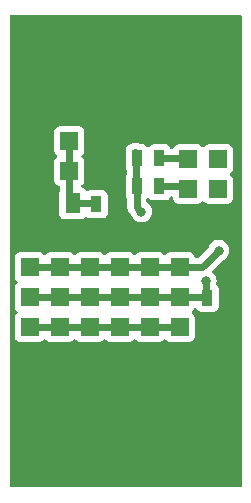
<source format=gbr>
%TF.GenerationSoftware,KiCad,Pcbnew,7.0.7-7.0.7~ubuntu23.04.1*%
%TF.CreationDate,2023-09-17T09:29:20+00:00*%
%TF.ProjectId,I2CHUB01,49324348-5542-4303-912e-6b696361645f,rev?*%
%TF.SameCoordinates,Original*%
%TF.FileFunction,Copper,L2,Bot*%
%TF.FilePolarity,Positive*%
%FSLAX46Y46*%
G04 Gerber Fmt 4.6, Leading zero omitted, Abs format (unit mm)*
G04 Created by KiCad (PCBNEW 7.0.7-7.0.7~ubuntu23.04.1) date 2023-09-17 09:29:20*
%MOMM*%
%LPD*%
G01*
G04 APERTURE LIST*
%TA.AperFunction,ComponentPad*%
%ADD10R,1.524000X1.524000*%
%TD*%
%TA.AperFunction,ComponentPad*%
%ADD11C,6.000000*%
%TD*%
%TA.AperFunction,SMDPad,CuDef*%
%ADD12R,0.889000X1.397000*%
%TD*%
%TA.AperFunction,SMDPad,CuDef*%
%ADD13R,1.300480X1.699260*%
%TD*%
%TA.AperFunction,ViaPad*%
%ADD14C,0.800000*%
%TD*%
%TA.AperFunction,Conductor*%
%ADD15C,0.600000*%
%TD*%
%TA.AperFunction,Conductor*%
%ADD16C,0.500000*%
%TD*%
G04 APERTURE END LIST*
D10*
%TO.P,J1,1*%
%TO.N,GND*%
X2857500Y27114500D03*
%TO.P,J1,2*%
X2857500Y29654500D03*
%TO.P,J1,3*%
%TO.N,VCC*%
X5397500Y27114500D03*
%TO.P,J1,4*%
X5397500Y29654500D03*
%TO.P,J1,5*%
%TO.N,GND*%
X7937500Y27114500D03*
%TO.P,J1,6*%
X7937500Y29654500D03*
%TD*%
%TO.P,J2,1*%
%TO.N,GND*%
X12192000Y21526500D03*
%TO.P,J2,2*%
X14732000Y21526500D03*
%TO.P,J2,3*%
%TO.N,/SCL*%
X12192000Y18986500D03*
%TO.P,J2,4*%
X14732000Y18986500D03*
%TO.P,J2,5*%
%TO.N,VCC*%
X12192000Y16446500D03*
%TO.P,J2,6*%
X14732000Y16446500D03*
%TO.P,J2,7*%
%TO.N,/SDA*%
X12192000Y13906500D03*
%TO.P,J2,8*%
X14732000Y13906500D03*
%TO.P,J2,9*%
%TO.N,GND*%
X12192000Y11366500D03*
%TO.P,J2,10*%
X14732000Y11366500D03*
%TD*%
%TO.P,J3,1*%
%TO.N,GND*%
X7112000Y21526500D03*
%TO.P,J3,2*%
X9652000Y21526500D03*
%TO.P,J3,3*%
%TO.N,/SCL*%
X7112000Y18986500D03*
%TO.P,J3,4*%
X9652000Y18986500D03*
%TO.P,J3,5*%
%TO.N,VCC*%
X7112000Y16446500D03*
%TO.P,J3,6*%
X9652000Y16446500D03*
%TO.P,J3,7*%
%TO.N,/SDA*%
X7112000Y13906500D03*
%TO.P,J3,8*%
X9652000Y13906500D03*
%TO.P,J3,9*%
%TO.N,GND*%
X7112000Y11366500D03*
%TO.P,J3,10*%
X9652000Y11366500D03*
%TD*%
%TO.P,J4,1*%
%TO.N,GND*%
X2032000Y21526500D03*
%TO.P,J4,2*%
X4572000Y21526500D03*
%TO.P,J4,3*%
%TO.N,/SCL*%
X2032000Y18986500D03*
%TO.P,J4,4*%
X4572000Y18986500D03*
%TO.P,J4,5*%
%TO.N,VCC*%
X2032000Y16446500D03*
%TO.P,J4,6*%
X4572000Y16446500D03*
%TO.P,J4,7*%
%TO.N,/SDA*%
X2032000Y13906500D03*
%TO.P,J4,8*%
X4572000Y13906500D03*
%TO.P,J4,9*%
%TO.N,GND*%
X2032000Y11366500D03*
%TO.P,J4,10*%
X4572000Y11366500D03*
%TD*%
%TO.P,J5,1*%
%TO.N,Net-(J5-Pad1)*%
X15430500Y28130500D03*
%TO.P,J5,2*%
%TO.N,/SDA*%
X17970500Y28130500D03*
%TD*%
%TO.P,J6,1*%
%TO.N,Net-(J6-Pad1)*%
X15430500Y25590500D03*
%TO.P,J6,2*%
%TO.N,/SCL*%
X17970500Y25590500D03*
%TD*%
D11*
%TO.P,M1,1*%
%TO.N,GND*%
X5080000Y35560000D03*
%TD*%
%TO.P,M2,1*%
%TO.N,GND*%
X15240000Y35560000D03*
%TD*%
%TO.P,M3,1*%
%TO.N,GND*%
X15240000Y5080000D03*
%TD*%
%TO.P,M4,1*%
%TO.N,GND*%
X5080000Y5080000D03*
%TD*%
D12*
%TO.P,C1,1*%
%TO.N,VCC*%
X7683500Y24320500D03*
%TO.P,C1,2*%
%TO.N,GND*%
X9588500Y24320500D03*
%TD*%
%TO.P,C2,1*%
%TO.N,VCC*%
X17081500Y16383000D03*
%TO.P,C2,2*%
%TO.N,GND*%
X18986500Y16383000D03*
%TD*%
D13*
%TO.P,D1,1*%
%TO.N,GND*%
X2186940Y24384000D03*
%TO.P,D1,2*%
%TO.N,VCC*%
X5687060Y24384000D03*
%TD*%
D12*
%TO.P,R1,1*%
%TO.N,VCC*%
X11112500Y28194000D03*
%TO.P,R1,2*%
%TO.N,Net-(J5-Pad1)*%
X13017500Y28194000D03*
%TD*%
%TO.P,R2,1*%
%TO.N,VCC*%
X11112500Y25844500D03*
%TO.P,R2,2*%
%TO.N,Net-(J6-Pad1)*%
X13017500Y25844500D03*
%TD*%
D14*
%TO.N,VCC*%
X16954500Y17780000D03*
X11493500Y23685500D03*
X11493500Y23685500D03*
%TO.N,/SCL*%
X18034000Y20383500D03*
%TD*%
D15*
%TO.N,VCC*%
X5397500Y24673560D02*
X5687060Y24384000D01*
X10985500Y28702000D02*
X11049000Y28638500D01*
X14732000Y16446500D02*
X17018000Y16446500D01*
X11112500Y24066500D02*
X11493500Y23685500D01*
D16*
X12192000Y16446500D02*
X14732000Y16446500D01*
X7112000Y16446500D02*
X8001000Y16446500D01*
D15*
X16891000Y16573500D02*
X17081500Y16383000D01*
X4572000Y16446500D02*
X8001000Y16446500D01*
X2032000Y16446500D02*
X4572000Y16446500D01*
X11112500Y25844500D02*
X11112500Y24066500D01*
X5397500Y27114500D02*
X5397500Y24673560D01*
X7620000Y24384000D02*
X7683500Y24320500D01*
X16954500Y17780000D02*
X16954500Y16510000D01*
X17018000Y16446500D02*
X17081500Y16383000D01*
X11049000Y28638500D02*
X11049000Y26225500D01*
X5687060Y24384000D02*
X7620000Y24384000D01*
D16*
X8001000Y16446500D02*
X9652000Y16446500D01*
X4572000Y16446500D02*
X7112000Y16446500D01*
D15*
X16954500Y16510000D02*
X17081500Y16383000D01*
D16*
X9652000Y16446500D02*
X12192000Y16446500D01*
D15*
X5397500Y29654500D02*
X5397500Y27114500D01*
X7112000Y16446500D02*
X14732000Y16446500D01*
%TO.N,/SCL*%
X4572000Y18986500D02*
X7112000Y18986500D01*
X16637000Y18986500D02*
X18034000Y20383500D01*
X7112000Y18986500D02*
X9652000Y18986500D01*
X2032000Y18986500D02*
X4572000Y18986500D01*
X14732000Y18986500D02*
X12192000Y18986500D01*
X2032000Y18986500D02*
X3683000Y18986500D01*
X14732000Y18986500D02*
X16637000Y18986500D01*
D16*
X3683000Y18986500D02*
X4572000Y18986500D01*
D15*
X9652000Y18986500D02*
X12192000Y18986500D01*
D16*
%TO.N,/SDA*%
X4572000Y13906500D02*
X7112000Y13906500D01*
X2032000Y13906500D02*
X4572000Y13906500D01*
X12192000Y13906500D02*
X14732000Y13906500D01*
X7112000Y13906500D02*
X9652000Y13906500D01*
X9652000Y13906500D02*
X12192000Y13906500D01*
D15*
X2032000Y13906500D02*
X14732000Y13906500D01*
%TO.N,Net-(J5-Pad1)*%
X13017500Y28194000D02*
X15367000Y28194000D01*
X15367000Y28194000D02*
X15430500Y28130500D01*
%TO.N,Net-(J6-Pad1)*%
X15176500Y25844500D02*
X15430500Y25590500D01*
X13017500Y25844500D02*
X15176500Y25844500D01*
%TD*%
%TA.AperFunction,Conductor*%
%TO.N,GND*%
G36*
X19932621Y40290498D02*
G01*
X19979114Y40236842D01*
X19990500Y40184500D01*
X19990500Y455500D01*
X19970498Y387379D01*
X19916842Y340886D01*
X19864500Y329500D01*
X455500Y329500D01*
X387379Y349502D01*
X340886Y403158D01*
X329500Y455500D01*
X329500Y13095850D01*
X761500Y13095850D01*
X768009Y13035303D01*
X768011Y13035295D01*
X819110Y12898297D01*
X819112Y12898292D01*
X906738Y12781238D01*
X1023792Y12693612D01*
X1023797Y12693610D01*
X1160795Y12642511D01*
X1160803Y12642509D01*
X1221350Y12636000D01*
X1221362Y12636000D01*
X2842649Y12636000D01*
X2903196Y12642509D01*
X2903204Y12642511D01*
X3040202Y12693610D01*
X3040207Y12693612D01*
X3157261Y12781239D01*
X3201133Y12839843D01*
X3257969Y12882389D01*
X3328784Y12887453D01*
X3391096Y12853428D01*
X3402867Y12839843D01*
X3446738Y12781239D01*
X3563792Y12693612D01*
X3563797Y12693610D01*
X3700795Y12642511D01*
X3700803Y12642509D01*
X3761350Y12636000D01*
X3761362Y12636000D01*
X5382649Y12636000D01*
X5443196Y12642509D01*
X5443204Y12642511D01*
X5580202Y12693610D01*
X5580207Y12693612D01*
X5697261Y12781239D01*
X5741133Y12839843D01*
X5797969Y12882389D01*
X5868784Y12887453D01*
X5931096Y12853428D01*
X5942867Y12839843D01*
X5986738Y12781239D01*
X6103792Y12693612D01*
X6103797Y12693610D01*
X6240795Y12642511D01*
X6240803Y12642509D01*
X6301350Y12636000D01*
X6301362Y12636000D01*
X7922649Y12636000D01*
X7983196Y12642509D01*
X7983204Y12642511D01*
X8120202Y12693610D01*
X8120207Y12693612D01*
X8237261Y12781239D01*
X8281133Y12839843D01*
X8337969Y12882389D01*
X8408784Y12887453D01*
X8471096Y12853428D01*
X8482867Y12839843D01*
X8526738Y12781239D01*
X8643792Y12693612D01*
X8643797Y12693610D01*
X8780795Y12642511D01*
X8780803Y12642509D01*
X8841350Y12636000D01*
X8841362Y12636000D01*
X10462649Y12636000D01*
X10523196Y12642509D01*
X10523204Y12642511D01*
X10660202Y12693610D01*
X10660207Y12693612D01*
X10777261Y12781239D01*
X10821133Y12839843D01*
X10877969Y12882389D01*
X10948784Y12887453D01*
X11011096Y12853428D01*
X11022867Y12839843D01*
X11066738Y12781239D01*
X11183792Y12693612D01*
X11183797Y12693610D01*
X11320795Y12642511D01*
X11320803Y12642509D01*
X11381350Y12636000D01*
X11381362Y12636000D01*
X13002649Y12636000D01*
X13063196Y12642509D01*
X13063204Y12642511D01*
X13200202Y12693610D01*
X13200207Y12693612D01*
X13317261Y12781239D01*
X13361133Y12839843D01*
X13417969Y12882389D01*
X13488784Y12887453D01*
X13551096Y12853428D01*
X13562867Y12839843D01*
X13606738Y12781239D01*
X13723792Y12693612D01*
X13723797Y12693610D01*
X13860795Y12642511D01*
X13860803Y12642509D01*
X13921350Y12636000D01*
X13921362Y12636000D01*
X15542649Y12636000D01*
X15603196Y12642509D01*
X15603204Y12642511D01*
X15740202Y12693610D01*
X15740207Y12693612D01*
X15857261Y12781238D01*
X15944887Y12898292D01*
X15944889Y12898297D01*
X15995988Y13035295D01*
X15995990Y13035303D01*
X16002499Y13095850D01*
X16002500Y13095867D01*
X16002500Y14717132D01*
X16002499Y14717149D01*
X15995990Y14777696D01*
X15995988Y14777704D01*
X15988960Y14796545D01*
X15944889Y14914704D01*
X15857261Y15031761D01*
X15857260Y15031761D01*
X15798657Y15075632D01*
X15756110Y15132468D01*
X15751046Y15203284D01*
X15785071Y15265596D01*
X15798657Y15277368D01*
X15857261Y15321238D01*
X15944887Y15438292D01*
X15944888Y15438295D01*
X15944889Y15438296D01*
X15947445Y15445149D01*
X15989993Y15501984D01*
X16056513Y15526794D01*
X16125887Y15511702D01*
X16176088Y15461499D01*
X16183555Y15445149D01*
X16186111Y15438295D01*
X16186112Y15438292D01*
X16273738Y15321238D01*
X16390792Y15233612D01*
X16390797Y15233610D01*
X16527795Y15182511D01*
X16527803Y15182509D01*
X16588350Y15176000D01*
X16588362Y15176000D01*
X17574649Y15176000D01*
X17635196Y15182509D01*
X17635204Y15182511D01*
X17772202Y15233610D01*
X17772207Y15233612D01*
X17889261Y15321238D01*
X17976887Y15438292D01*
X17976889Y15438297D01*
X18027988Y15575295D01*
X18027990Y15575303D01*
X18034499Y15635850D01*
X18034500Y15635867D01*
X18034500Y17130132D01*
X18034499Y17130149D01*
X18027990Y17190696D01*
X18027988Y17190704D01*
X18003205Y17257149D01*
X17976889Y17327704D01*
X17889261Y17444761D01*
X17889259Y17444762D01*
X17889258Y17444764D01*
X17882888Y17451135D01*
X17884070Y17452317D01*
X17847775Y17500797D01*
X17842706Y17571613D01*
X17845990Y17583758D01*
X17848042Y17590072D01*
X17868004Y17780000D01*
X17848042Y17969928D01*
X17789027Y18151556D01*
X17693540Y18316944D01*
X17565753Y18458866D01*
X17503819Y18503863D01*
X17460466Y18560085D01*
X17454391Y18630821D01*
X17487522Y18693613D01*
X17488786Y18694894D01*
X18285912Y19492020D01*
X18323758Y19518032D01*
X18490752Y19592382D01*
X18645255Y19704635D01*
X18773034Y19846548D01*
X18773041Y19846558D01*
X18779472Y19857696D01*
X18868527Y20011944D01*
X18927542Y20193572D01*
X18947504Y20383500D01*
X18927542Y20573428D01*
X18868527Y20755056D01*
X18773040Y20920444D01*
X18645253Y21062366D01*
X18490752Y21174618D01*
X18316288Y21252294D01*
X18129487Y21292000D01*
X17938513Y21292000D01*
X17751712Y21252294D01*
X17577248Y21174618D01*
X17577247Y21174617D01*
X17422744Y21062364D01*
X17294965Y20920451D01*
X17294958Y20920441D01*
X17199473Y20755058D01*
X17199472Y20755056D01*
X17178644Y20690956D01*
X17147907Y20640798D01*
X16339012Y19831904D01*
X16276700Y19797879D01*
X16249917Y19795000D01*
X16106859Y19795000D01*
X16038738Y19815002D01*
X15992245Y19868658D01*
X15988804Y19876966D01*
X15973275Y19918598D01*
X15944889Y19994704D01*
X15857261Y20111761D01*
X15740204Y20199389D01*
X15603201Y20250489D01*
X15603199Y20250489D01*
X15603196Y20250490D01*
X15542649Y20256999D01*
X15542645Y20256999D01*
X15542638Y20257000D01*
X13921362Y20257000D01*
X13921355Y20256999D01*
X13921350Y20256999D01*
X13860803Y20250490D01*
X13860795Y20250488D01*
X13782875Y20221424D01*
X13723796Y20199389D01*
X13723794Y20199388D01*
X13723792Y20199387D01*
X13606738Y20111761D01*
X13562868Y20053157D01*
X13506032Y20010610D01*
X13435216Y20005546D01*
X13372904Y20039571D01*
X13361132Y20053157D01*
X13317261Y20111761D01*
X13200207Y20199387D01*
X13200206Y20199387D01*
X13200204Y20199389D01*
X13063201Y20250489D01*
X13063199Y20250489D01*
X13063196Y20250490D01*
X13002649Y20256999D01*
X13002645Y20256999D01*
X13002638Y20257000D01*
X11381362Y20257000D01*
X11381355Y20256999D01*
X11381350Y20256999D01*
X11320803Y20250490D01*
X11320795Y20250488D01*
X11242875Y20221424D01*
X11183796Y20199389D01*
X11183794Y20199388D01*
X11183792Y20199387D01*
X11066737Y20111760D01*
X11022866Y20053156D01*
X10966030Y20010610D01*
X10895214Y20005546D01*
X10832902Y20039572D01*
X10821132Y20053156D01*
X10777261Y20111761D01*
X10660204Y20199389D01*
X10523201Y20250489D01*
X10523199Y20250489D01*
X10523196Y20250490D01*
X10462649Y20256999D01*
X10462645Y20256999D01*
X10462638Y20257000D01*
X8841362Y20257000D01*
X8841355Y20256999D01*
X8841350Y20256999D01*
X8780803Y20250490D01*
X8780795Y20250488D01*
X8702875Y20221424D01*
X8643796Y20199389D01*
X8643794Y20199388D01*
X8643792Y20199387D01*
X8526738Y20111761D01*
X8482868Y20053157D01*
X8426032Y20010610D01*
X8355216Y20005546D01*
X8292904Y20039571D01*
X8281132Y20053157D01*
X8237261Y20111761D01*
X8120207Y20199387D01*
X8120206Y20199387D01*
X8120204Y20199389D01*
X7983201Y20250489D01*
X7983199Y20250489D01*
X7983196Y20250490D01*
X7922649Y20256999D01*
X7922645Y20256999D01*
X7922638Y20257000D01*
X6301362Y20257000D01*
X6301355Y20256999D01*
X6301350Y20256999D01*
X6240803Y20250490D01*
X6240795Y20250488D01*
X6162875Y20221424D01*
X6103796Y20199389D01*
X6103794Y20199388D01*
X6103792Y20199387D01*
X5986738Y20111761D01*
X5942868Y20053157D01*
X5886032Y20010610D01*
X5815216Y20005546D01*
X5752904Y20039571D01*
X5741132Y20053157D01*
X5697261Y20111761D01*
X5580207Y20199387D01*
X5580206Y20199387D01*
X5580204Y20199389D01*
X5443201Y20250489D01*
X5443199Y20250489D01*
X5443196Y20250490D01*
X5382649Y20256999D01*
X5382645Y20256999D01*
X5382638Y20257000D01*
X3761362Y20257000D01*
X3761355Y20256999D01*
X3761350Y20256999D01*
X3700803Y20250490D01*
X3700795Y20250488D01*
X3622875Y20221424D01*
X3563796Y20199389D01*
X3563794Y20199388D01*
X3563792Y20199387D01*
X3446738Y20111761D01*
X3402868Y20053157D01*
X3346032Y20010610D01*
X3275216Y20005546D01*
X3212904Y20039571D01*
X3201132Y20053157D01*
X3157261Y20111761D01*
X3040207Y20199387D01*
X3040206Y20199387D01*
X3040204Y20199389D01*
X2903201Y20250489D01*
X2903199Y20250489D01*
X2903196Y20250490D01*
X2842649Y20256999D01*
X2842645Y20256999D01*
X2842638Y20257000D01*
X1221362Y20257000D01*
X1221355Y20256999D01*
X1221350Y20256999D01*
X1160803Y20250490D01*
X1160795Y20250488D01*
X1082875Y20221424D01*
X1023796Y20199389D01*
X1023794Y20199388D01*
X1023792Y20199387D01*
X906738Y20111761D01*
X819112Y19994707D01*
X819110Y19994702D01*
X768011Y19857704D01*
X768009Y19857696D01*
X761500Y19797149D01*
X761500Y18175850D01*
X768009Y18115303D01*
X768011Y18115295D01*
X819110Y17978297D01*
X819112Y17978292D01*
X906739Y17861238D01*
X965343Y17817367D01*
X1007889Y17760531D01*
X1012953Y17689716D01*
X978928Y17627404D01*
X965343Y17615633D01*
X906739Y17571761D01*
X819112Y17454707D01*
X819110Y17454702D01*
X768011Y17317704D01*
X768009Y17317696D01*
X761500Y17257149D01*
X761500Y15635850D01*
X768009Y15575303D01*
X768011Y15575295D01*
X819110Y15438297D01*
X819112Y15438292D01*
X906739Y15321238D01*
X965343Y15277367D01*
X1007889Y15220531D01*
X1012953Y15149716D01*
X978928Y15087404D01*
X965343Y15075633D01*
X906739Y15031761D01*
X819112Y14914707D01*
X819110Y14914702D01*
X768011Y14777704D01*
X768009Y14777696D01*
X761500Y14717149D01*
X761500Y13095850D01*
X329500Y13095850D01*
X329500Y26303850D01*
X4127000Y26303850D01*
X4133509Y26243303D01*
X4133511Y26243295D01*
X4184610Y26106297D01*
X4184612Y26106292D01*
X4272238Y25989238D01*
X4389292Y25901612D01*
X4389295Y25901611D01*
X4507034Y25857696D01*
X4563869Y25815149D01*
X4588679Y25748629D01*
X4589000Y25739641D01*
X4589000Y25510794D01*
X4581055Y25466761D01*
X4534831Y25342834D01*
X4534829Y25342826D01*
X4528320Y25282279D01*
X4528320Y23485720D01*
X4534829Y23425173D01*
X4534831Y23425165D01*
X4585930Y23288167D01*
X4585932Y23288162D01*
X4673558Y23171108D01*
X4790612Y23083482D01*
X4790617Y23083480D01*
X4927615Y23032381D01*
X4927623Y23032379D01*
X4988170Y23025870D01*
X4988182Y23025870D01*
X6385949Y23025870D01*
X6446496Y23032379D01*
X6446504Y23032381D01*
X6583502Y23083480D01*
X6583507Y23083482D01*
X6700561Y23171108D01*
X6730004Y23210440D01*
X6786839Y23252987D01*
X6857655Y23258052D01*
X6906380Y23235800D01*
X6992793Y23171112D01*
X6992797Y23171110D01*
X7129795Y23120011D01*
X7129803Y23120009D01*
X7190350Y23113500D01*
X7190362Y23113500D01*
X8176649Y23113500D01*
X8237196Y23120009D01*
X8237204Y23120011D01*
X8374202Y23171110D01*
X8374207Y23171112D01*
X8491261Y23258738D01*
X8578887Y23375792D01*
X8578889Y23375797D01*
X8629988Y23512795D01*
X8629990Y23512803D01*
X8636499Y23573350D01*
X8636500Y23573367D01*
X8636500Y25067632D01*
X8636499Y25067649D01*
X8633306Y25097350D01*
X10159500Y25097350D01*
X10166009Y25036803D01*
X10166011Y25036795D01*
X10217110Y24899797D01*
X10217112Y24899792D01*
X10278868Y24817298D01*
X10303679Y24750778D01*
X10304000Y24741789D01*
X10304000Y23975401D01*
X10313378Y23934311D01*
X10314563Y23927342D01*
X10319282Y23885453D01*
X10333204Y23845665D01*
X10335160Y23838875D01*
X10344539Y23797783D01*
X10344540Y23797782D01*
X10362831Y23759798D01*
X10365535Y23753269D01*
X10379457Y23713483D01*
X10401883Y23677792D01*
X10405302Y23671605D01*
X10423590Y23633629D01*
X10449876Y23600669D01*
X10453966Y23594904D01*
X10476389Y23559217D01*
X10476391Y23559215D01*
X10508697Y23526911D01*
X10607408Y23428198D01*
X10638144Y23378043D01*
X10658974Y23313940D01*
X10754458Y23148558D01*
X10754465Y23148548D01*
X10882244Y23006635D01*
X11036747Y22894382D01*
X11211211Y22816706D01*
X11398013Y22777000D01*
X11588987Y22777000D01*
X11775788Y22816706D01*
X11950252Y22894382D01*
X12104755Y23006635D01*
X12232534Y23148548D01*
X12232541Y23148558D01*
X12245561Y23171109D01*
X12328027Y23313944D01*
X12387042Y23495572D01*
X12407004Y23685500D01*
X12387042Y23875428D01*
X12328027Y24057056D01*
X12232540Y24222444D01*
X12144700Y24320000D01*
X12104755Y24364364D01*
X12104754Y24364364D01*
X12104753Y24364366D01*
X11972937Y24460135D01*
X11929585Y24516356D01*
X11921000Y24562070D01*
X11921000Y24741789D01*
X11941002Y24809910D01*
X11946130Y24817296D01*
X11964131Y24841342D01*
X12020964Y24883889D01*
X12091779Y24888955D01*
X12154092Y24854932D01*
X12165866Y24841344D01*
X12209737Y24782739D01*
X12326792Y24695112D01*
X12326797Y24695110D01*
X12463795Y24644011D01*
X12463803Y24644009D01*
X12524350Y24637500D01*
X12524362Y24637500D01*
X13510649Y24637500D01*
X13571196Y24644009D01*
X13571204Y24644011D01*
X13708202Y24695110D01*
X13708207Y24695112D01*
X13825261Y24782738D01*
X13912887Y24899792D01*
X13912887Y24899793D01*
X13912889Y24899796D01*
X13915945Y24907990D01*
X13958493Y24964825D01*
X14025014Y24989634D01*
X14094388Y24974541D01*
X14144589Y24924338D01*
X14160000Y24863955D01*
X14160000Y24779850D01*
X14166509Y24719303D01*
X14166511Y24719295D01*
X14217610Y24582297D01*
X14217612Y24582292D01*
X14305238Y24465238D01*
X14422292Y24377612D01*
X14422297Y24377610D01*
X14559295Y24326511D01*
X14559303Y24326509D01*
X14619850Y24320000D01*
X14619862Y24320000D01*
X16241149Y24320000D01*
X16301696Y24326509D01*
X16301704Y24326511D01*
X16438702Y24377610D01*
X16438707Y24377612D01*
X16555761Y24465238D01*
X16599631Y24523842D01*
X16656467Y24566389D01*
X16727282Y24571454D01*
X16789594Y24537428D01*
X16801366Y24523844D01*
X16845239Y24465238D01*
X16962292Y24377612D01*
X16962297Y24377610D01*
X17099295Y24326511D01*
X17099303Y24326509D01*
X17159850Y24320000D01*
X17159862Y24320000D01*
X18781149Y24320000D01*
X18841696Y24326509D01*
X18841704Y24326511D01*
X18978702Y24377610D01*
X18978707Y24377612D01*
X19095761Y24465238D01*
X19183387Y24582292D01*
X19183389Y24582297D01*
X19234488Y24719295D01*
X19234490Y24719303D01*
X19240999Y24779850D01*
X19241000Y24779867D01*
X19241000Y26401132D01*
X19240999Y26401149D01*
X19234490Y26461696D01*
X19234488Y26461704D01*
X19227460Y26480545D01*
X19183389Y26598704D01*
X19142743Y26653000D01*
X19095761Y26715761D01*
X19037157Y26759632D01*
X18994610Y26816468D01*
X18989546Y26887284D01*
X19023571Y26949596D01*
X19037157Y26961368D01*
X19095761Y27005238D01*
X19183387Y27122292D01*
X19183389Y27122297D01*
X19183671Y27123051D01*
X19227427Y27240364D01*
X19234488Y27259295D01*
X19234490Y27259303D01*
X19240999Y27319850D01*
X19241000Y27319867D01*
X19241000Y28941132D01*
X19240999Y28941149D01*
X19234490Y29001696D01*
X19234488Y29001704D01*
X19226731Y29022502D01*
X19183389Y29138704D01*
X19095761Y29255761D01*
X18978704Y29343389D01*
X18841701Y29394489D01*
X18841699Y29394489D01*
X18841696Y29394490D01*
X18781149Y29400999D01*
X18781145Y29400999D01*
X18781138Y29401000D01*
X17159862Y29401000D01*
X17159855Y29400999D01*
X17159850Y29400999D01*
X17099303Y29394490D01*
X17099295Y29394488D01*
X17021375Y29365424D01*
X16962296Y29343389D01*
X16962294Y29343388D01*
X16962292Y29343387D01*
X16845238Y29255761D01*
X16801368Y29197157D01*
X16744532Y29154610D01*
X16673716Y29149546D01*
X16611404Y29183571D01*
X16599632Y29197157D01*
X16555761Y29255761D01*
X16438707Y29343387D01*
X16438706Y29343387D01*
X16438704Y29343389D01*
X16301701Y29394489D01*
X16301699Y29394489D01*
X16301696Y29394490D01*
X16241149Y29400999D01*
X16241145Y29400999D01*
X16241138Y29401000D01*
X14619862Y29401000D01*
X14619855Y29400999D01*
X14619850Y29400999D01*
X14559303Y29394490D01*
X14559295Y29394488D01*
X14481375Y29365424D01*
X14422296Y29343389D01*
X14422294Y29343388D01*
X14422292Y29343387D01*
X14305238Y29255761D01*
X14217612Y29138707D01*
X14217610Y29138702D01*
X14197381Y29084467D01*
X14154834Y29027631D01*
X14088314Y29002821D01*
X14079326Y29002500D01*
X14051174Y29002500D01*
X13983053Y29022502D01*
X13936560Y29076158D01*
X13933119Y29084467D01*
X13925699Y29104358D01*
X13912889Y29138704D01*
X13825261Y29255761D01*
X13708204Y29343389D01*
X13571201Y29394489D01*
X13571199Y29394489D01*
X13571196Y29394490D01*
X13510649Y29400999D01*
X13510645Y29400999D01*
X13510638Y29401000D01*
X12524362Y29401000D01*
X12524355Y29400999D01*
X12524350Y29400999D01*
X12463803Y29394490D01*
X12463795Y29394488D01*
X12385875Y29365424D01*
X12326796Y29343389D01*
X12326794Y29343388D01*
X12326792Y29343387D01*
X12209738Y29255761D01*
X12165868Y29197157D01*
X12109032Y29154610D01*
X12038216Y29149546D01*
X11975904Y29183571D01*
X11964132Y29197157D01*
X11920261Y29255761D01*
X11803207Y29343387D01*
X11803206Y29343387D01*
X11803204Y29343389D01*
X11666201Y29394489D01*
X11666199Y29394489D01*
X11666196Y29394490D01*
X11605649Y29400999D01*
X11605645Y29400999D01*
X11605638Y29401000D01*
X11605632Y29401000D01*
X11426174Y29401000D01*
X11371505Y29413478D01*
X11369231Y29414572D01*
X11254220Y29469959D01*
X11076597Y29510500D01*
X10894403Y29510500D01*
X10716780Y29469959D01*
X10599495Y29413478D01*
X10567014Y29397836D01*
X10561693Y29395568D01*
X10558800Y29394489D01*
X10558799Y29394489D01*
X10421796Y29343389D01*
X10421792Y29343386D01*
X10304738Y29255761D01*
X10217112Y29138707D01*
X10217110Y29138702D01*
X10166011Y29001704D01*
X10166009Y29001696D01*
X10159500Y28941149D01*
X10159500Y27446850D01*
X10166009Y27386303D01*
X10166011Y27386295D01*
X10217110Y27249297D01*
X10221432Y27241382D01*
X10219568Y27240364D01*
X10240179Y27185097D01*
X10240500Y27176114D01*
X10240500Y26862385D01*
X10221347Y26797158D01*
X10221430Y26797114D01*
X10221224Y26796736D01*
X10220498Y26794264D01*
X10217574Y26790053D01*
X10217113Y26789208D01*
X10217113Y26789207D01*
X10217111Y26789204D01*
X10189719Y26715763D01*
X10166009Y26652196D01*
X10159500Y26591649D01*
X10159500Y25097350D01*
X8633306Y25097350D01*
X8629990Y25128196D01*
X8629988Y25128204D01*
X8622960Y25147045D01*
X8578889Y25265204D01*
X8491261Y25382261D01*
X8412675Y25441090D01*
X8374207Y25469887D01*
X8374206Y25469887D01*
X8374204Y25469889D01*
X8237201Y25520989D01*
X8237199Y25520989D01*
X8237196Y25520990D01*
X8176649Y25527499D01*
X8176645Y25527499D01*
X8176638Y25527500D01*
X7190362Y25527500D01*
X7190355Y25527499D01*
X7190350Y25527499D01*
X7129803Y25520990D01*
X7129795Y25520988D01*
X7102465Y25510794D01*
X6992796Y25469889D01*
X6988618Y25466761D01*
X6967310Y25450810D01*
X6900790Y25425999D01*
X6831415Y25441090D01*
X6790932Y25476169D01*
X6788189Y25479832D01*
X6788189Y25479834D01*
X6700561Y25596891D01*
X6583504Y25684519D01*
X6487470Y25720338D01*
X6430638Y25762883D01*
X6405827Y25829403D01*
X6420919Y25898778D01*
X6455997Y25939260D01*
X6522761Y25989238D01*
X6610387Y26106292D01*
X6610389Y26106297D01*
X6661488Y26243295D01*
X6661490Y26243303D01*
X6667999Y26303850D01*
X6668000Y26303867D01*
X6668000Y27925132D01*
X6667999Y27925149D01*
X6661490Y27985696D01*
X6661488Y27985704D01*
X6654460Y28004545D01*
X6610389Y28122704D01*
X6522761Y28239761D01*
X6522760Y28239761D01*
X6464157Y28283632D01*
X6421610Y28340468D01*
X6416546Y28411284D01*
X6450571Y28473596D01*
X6464157Y28485368D01*
X6522761Y28529238D01*
X6610387Y28646292D01*
X6610389Y28646297D01*
X6661488Y28783295D01*
X6661490Y28783303D01*
X6667999Y28843850D01*
X6668000Y28843867D01*
X6668000Y30465132D01*
X6667999Y30465149D01*
X6661490Y30525696D01*
X6661488Y30525704D01*
X6654460Y30544545D01*
X6610389Y30662704D01*
X6522761Y30779761D01*
X6405704Y30867389D01*
X6268701Y30918489D01*
X6268699Y30918489D01*
X6268696Y30918490D01*
X6208149Y30924999D01*
X6208145Y30924999D01*
X6208138Y30925000D01*
X4586862Y30925000D01*
X4586855Y30924999D01*
X4586850Y30924999D01*
X4526303Y30918490D01*
X4526295Y30918488D01*
X4448375Y30889424D01*
X4389296Y30867389D01*
X4389294Y30867388D01*
X4389292Y30867387D01*
X4272238Y30779761D01*
X4184612Y30662707D01*
X4184610Y30662702D01*
X4133511Y30525704D01*
X4133509Y30525696D01*
X4127000Y30465149D01*
X4127000Y28843850D01*
X4133509Y28783303D01*
X4133511Y28783295D01*
X4184610Y28646297D01*
X4184612Y28646292D01*
X4272239Y28529238D01*
X4330843Y28485367D01*
X4373389Y28428531D01*
X4378453Y28357716D01*
X4344428Y28295404D01*
X4330843Y28283633D01*
X4272239Y28239761D01*
X4184612Y28122707D01*
X4184610Y28122702D01*
X4133511Y27985704D01*
X4133509Y27985696D01*
X4127000Y27925149D01*
X4127000Y26303850D01*
X329500Y26303850D01*
X329500Y40184500D01*
X349502Y40252621D01*
X403158Y40299114D01*
X455500Y40310500D01*
X19864500Y40310500D01*
X19932621Y40290498D01*
G37*
%TD.AperFunction*%
%TD*%
M02*

</source>
